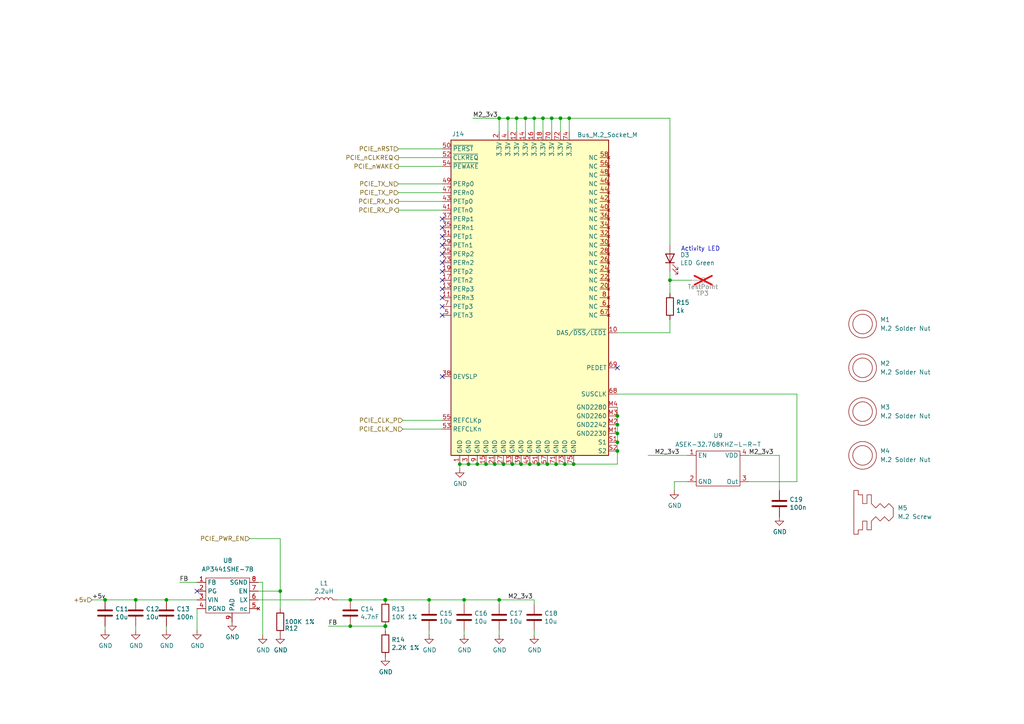
<source format=kicad_sch>
(kicad_sch (version 20231120) (generator "eeschema") (generator_version "8.0")
  (paper "A4")
  (lib_symbols
    (symbol "CM5IO:AP3441SHE-7B"
      (property "Reference" "U" (at -6.35 10.16 0))
      (property "Value" "AP3441SHE-7B" (at 0 7.62 0))
      (symbol "AP3441SHE-7B_0_1"
        (rectangle (start -6.35 6.35) (end 6.35 -3.81))
      )
      (symbol "AP3441SHE-7B_1_1"
        (pin passive line (at -8.89 5.08 0) (length 2.54) (name "FB") (number "1"))
        (pin open_collector line (at -8.89 2.54 0) (length 2.54) (name "PG") (number "2"))
        (pin power_in line (at -8.89 0 0) (length 2.54) (name "VIN") (number "3"))
        (pin power_in line (at -8.89 -2.54 0) (length 2.54) (name "PGND") (number "4"))
        (pin no_connect line (at 8.89 -2.54 180) (length 2.54) (name "nc") (number "5"))
        (pin power_out line (at 8.89 0 180) (length 2.54) (name "LX") (number "6"))
        (pin input line (at 8.89 2.54 180) (length 2.54) (name "EN") (number "7"))
        (pin power_in line (at 8.89 5.08 180) (length 2.54) (name "SGND") (number "8"))
        (pin input line (at 1.27 -6.35 90) (length 2.54) (name "PAD") (number "9"))
      )
    )
    (symbol "CM5IO:ASEK-32.768KHZ-L-R-T"
      (property "Reference" "U" (at -5.08 6.35 0))
      (property "Value" "ASEK-32.768KHZ-L-R-T" (at 0 -6.35 0))
      (symbol "ASEK-32.768KHZ-L-R-T_0_1"
        (rectangle (start -6.35 5.08) (end 6.35 -5.08))
      )
      (symbol "ASEK-32.768KHZ-L-R-T_1_1"
        (pin input line (at -8.89 3.81 0) (length 2.54) (name "EN") (number "1"))
        (pin power_in line (at -8.89 -3.81 0) (length 2.54) (name "GND") (number "2"))
        (pin output line (at 8.89 -3.81 180) (length 2.54) (name "Out") (number "3"))
        (pin power_in line (at 8.89 3.81 180) (length 2.54) (name "VDD") (number "4"))
      )
    )
    (symbol "CM5IO:Bus_M.2_Socket_M"
      (property "Reference" "J" (at -22.86 46.99 0))
      (property "Value" "Bus_M.2_Socket_M" (at 30.988 46.99 0))
      (symbol "Bus_M.2_Socket_M_0_1"
        (rectangle (start -22.86 45.72) (end 22.86 -45.72) (stroke (width 0.254)) (fill (type background)))
      )
      (symbol "Bus_M.2_Socket_M_1_1"
        (pin power_in line (at -20.32 -48.26 90) (length 2.54) (name "GND") (number "1"))
        (pin bidirectional line (at 25.4 -10.16 180) (length 2.54) (name "DAS/~{DSS}/~{LED1}") (number "10"))
        (pin input line (at -25.4 0 0) (length 2.54) (name "PERn3") (number "11"))
        (pin power_in line (at -3.81 48.26 270) (length 2.54) (name "3.3V") (number "12"))
        (pin input line (at -25.4 2.54 0) (length 2.54) (name "PERp3") (number "13"))
        (pin power_in line (at -1.27 48.26 270) (length 2.54) (name "3.3V") (number "14"))
        (pin power_in line (at -12.7 -48.26 90) (length 2.54) (name "GND") (number "15"))
        (pin power_in line (at 1.27 48.26 270) (length 2.54) (name "3.3V") (number "16"))
        (pin output line (at -25.4 5.08 0) (length 2.54) (name "PETn2") (number "17"))
        (pin power_in line (at 3.81 48.26 270) (length 2.54) (name "3.3V") (number "18"))
        (pin output line (at -25.4 7.62 0) (length 2.54) (name "PETp2") (number "19"))
        (pin power_in line (at -8.89 48.26 270) (length 2.54) (name "3.3V") (number "2"))
        (pin no_connect line (at 22.86 2.54 180) (length 2.54) (name "NC") (number "20"))
        (pin power_in line (at -10.16 -48.26 90) (length 2.54) (name "GND") (number "21"))
        (pin no_connect line (at 22.86 5.08 180) (length 2.54) (name "NC") (number "22"))
        (pin input line (at -25.4 10.16 0) (length 2.54) (name "PERn2") (number "23"))
        (pin no_connect line (at 22.86 7.62 180) (length 2.54) (name "NC") (number "24"))
        (pin input line (at -25.4 12.7 0) (length 2.54) (name "PERp2") (number "25"))
        (pin no_connect line (at 22.86 10.16 180) (length 2.54) (name "NC") (number "26"))
        (pin power_in line (at -7.62 -48.26 90) (length 2.54) (name "GND") (number "27"))
        (pin no_connect line (at 22.86 12.7 180) (length 2.54) (name "NC") (number "28"))
        (pin output line (at -25.4 15.24 0) (length 2.54) (name "PETn1") (number "29"))
        (pin power_in line (at -17.78 -48.26 90) (length 2.54) (name "GND") (number "3"))
        (pin no_connect line (at 22.86 15.24 180) (length 2.54) (name "NC") (number "30"))
        (pin output line (at -25.4 17.78 0) (length 2.54) (name "PETp1") (number "31"))
        (pin no_connect line (at 22.86 17.78 180) (length 2.54) (name "NC") (number "32"))
        (pin power_in line (at -5.08 -48.26 90) (length 2.54) (name "GND") (number "33"))
        (pin no_connect line (at 22.86 20.32 180) (length 2.54) (name "NC") (number "34"))
        (pin input line (at -25.4 20.32 0) (length 2.54) (name "PERn1") (number "35"))
        (pin no_connect line (at 22.86 22.86 180) (length 2.54) (name "NC") (number "36"))
        (pin input line (at -25.4 22.86 0) (length 2.54) (name "PERp1") (number "37"))
        (pin input line (at -25.4 -22.86 0) (length 2.54) (name "DEVSLP") (number "38"))
        (pin power_in line (at -2.54 -48.26 90) (length 2.54) (name "GND") (number "39"))
        (pin power_in line (at -6.35 48.26 270) (length 2.54) (name "3.3V") (number "4"))
        (pin no_connect line (at 22.86 25.4 180) (length 2.54) (name "NC") (number "40"))
        (pin output line (at -25.4 25.4 0) (length 2.54) (name "PETn0") (number "41"))
        (pin no_connect line (at 22.86 27.94 180) (length 2.54) (name "NC") (number "42"))
        (pin output line (at -25.4 27.94 0) (length 2.54) (name "PETp0") (number "43"))
        (pin no_connect line (at 22.86 30.48 180) (length 2.54) (name "NC") (number "44"))
        (pin power_in line (at 0 -48.26 90) (length 2.54) (name "GND") (number "45"))
        (pin no_connect line (at 22.86 33.02 180) (length 2.54) (name "NC") (number "46"))
        (pin input line (at -25.4 30.48 0) (length 2.54) (name "PERn0") (number "47"))
        (pin no_connect line (at 22.86 35.56 180) (length 2.54) (name "NC") (number "48"))
        (pin input line (at -25.4 33.02 0) (length 2.54) (name "PERp0") (number "49"))
        (pin output line (at -25.4 -5.08 0) (length 2.54) (name "PETn3") (number "5"))
        (pin input line (at -25.4 43.18 0) (length 2.54) (name "~{PERST}") (number "50"))
        (pin power_in line (at 2.54 -48.26 90) (length 2.54) (name "GND") (number "51"))
        (pin bidirectional line (at -25.4 40.64 0) (length 2.54) (name "~{CLKREQ}") (number "52"))
        (pin input line (at -25.4 -38.1 0) (length 2.54) (name "REFCLKn") (number "53"))
        (pin bidirectional line (at -25.4 38.1 0) (length 2.54) (name "~{PEWAKE}") (number "54"))
        (pin input line (at -25.4 -35.56 0) (length 2.54) (name "REFCLKp") (number "55"))
        (pin no_connect line (at 22.86 38.1 180) (length 2.54) (name "NC") (number "56"))
        (pin power_in line (at 5.08 -48.26 90) (length 2.54) (name "GND") (number "57"))
        (pin no_connect line (at 22.86 40.64 180) (length 2.54) (name "NC") (number "58"))
        (pin no_connect line (at 22.86 -2.54 180) (length 2.54) (name "NC") (number "6"))
        (pin no_connect line (at 22.86 -5.08 180) (length 2.54) (name "NC") (number "67"))
        (pin input line (at 25.4 -27.94 180) (length 2.54) (name "SUSCLK") (number "68"))
        (pin passive line (at 25.4 -20.32 180) (length 2.54) (name "PEDET") (number "69"))
        (pin output line (at -25.4 -2.54 0) (length 2.54) (name "PETp3") (number "7"))
        (pin power_in line (at 6.35 48.26 270) (length 2.54) (name "3.3V") (number "70"))
        (pin power_in line (at 7.62 -48.26 90) (length 2.54) (name "GND") (number "71"))
        (pin power_in line (at 8.89 48.26 270) (length 2.54) (name "3.3V") (number "72"))
        (pin power_in line (at 10.16 -48.26 90) (length 2.54) (name "GND") (number "73"))
        (pin power_in line (at 11.43 48.26 270) (length 2.54) (name "3.3V") (number "74"))
        (pin power_in line (at 12.7 -48.26 90) (length 2.54) (name "GND") (number "75"))
        (pin no_connect line (at 22.86 0 180) (length 2.54) (name "NC") (number "8"))
        (pin power_in line (at -15.24 -48.26 90) (length 2.54) (name "GND") (number "9"))
        (pin passive line (at 25.4 -39.37 180) (length 2.54) (name "GND2230") (number "M1"))
        (pin passive line (at 25.4 -36.83 180) (length 2.54) (name "GND2242") (number "M2"))
        (pin passive line (at 25.4 -34.29 180) (length 2.54) (name "GND2260") (number "M3"))
        (pin passive line (at 25.4 -31.75 180) (length 2.54) (name "GND2280") (number "M4"))
        (pin passive line (at 25.4 -41.91 180) (length 2.54) (name "S1") (number "S1"))
        (pin passive line (at 25.4 -44.45 180) (length 2.54) (name "S2") (number "S2"))
      )
    )
    (symbol "CM5IO:M.2_Screw" (pin_numbers hide) (pin_names (offset 0) hide) (on_board no)
      (property "Reference" "M" (at -0.254 -6.35 0))
      (property "Value" "M.2 Screw" (at 0.254 -8.636 0))
      (symbol "M.2_Screw_0_1"
        (polyline (pts (xy -5.08 0) (xy -5.08 -6.35) (xy -3.81 -6.35) (xy -3.81 -5.08) (xy -2.54 -5.08) (xy -2.54 -2.54) (xy -1.27 -2.54) (xy -1.27 -5.08) (xy 0 -5.08) (xy 0 -2.54) (xy 1.27 -1.27) (xy 2.54 -2.54) (xy 3.81 -1.27) (xy 5.08 -2.54) (xy 6.35 -1.27) (xy 6.35 1.27) (xy 5.08 2.54) (xy 3.81 1.27) (xy 2.54 2.54) (xy 1.27 1.27) (xy 0 2.54) (xy 0 5.08) (xy -1.27 5.08) (xy -1.27 2.54) (xy -2.54 2.54) (xy -2.54 5.08) (xy -3.81 5.08) (xy -3.81 6.35) (xy -5.08 6.35) (xy -5.08 0)))
      )
    )
    (symbol "CM5IO:SolderNut" (pin_numbers hide) (pin_names (offset 0) hide) (exclude_from_sim yes) (on_board no)
      (property "Reference" "M" (at -6.35 -3.556 0))
      (property "Value" "M.2 Solder Nut" (at 0.254 -5.842 0))
      (symbol "SolderNut_0_1"
        (circle (center 0 0) (radius 2.8398))
        (circle (center 0 0) (radius 4.0161))
      )
    )
    (symbol "Connector:TestPoint" (pin_numbers hide) (pin_names (offset 0.762) hide)
      (property "Reference" "TP" (at 0 6.858 0))
      (property "Value" "TestPoint" (at 0 5.08 0))
      (symbol "TestPoint_0_1"
        (circle (center 0 3.302) (radius 0.762))
      )
      (symbol "TestPoint_1_1"
        (pin passive line (at 0 0 90) (length 2.54) (name "1") (number "1"))
      )
    )
    (symbol "Device:C" (pin_numbers hide) (pin_names (offset 0.254))
      (property "Reference" "C" (at 0.635 2.54 0))
      (property "Value" "C" (at 0.635 -2.54 0))
      (symbol "C_0_1"
        (polyline (pts (xy -2.032 -0.762) (xy 2.032 -0.762)) (stroke (width 0.508)))
        (polyline (pts (xy -2.032 0.762) (xy 2.032 0.762)) (stroke (width 0.508)))
      )
      (symbol "C_1_1"
        (pin passive line (at 0 3.81 270) (length 2.794) (name "~") (number "1"))
        (pin passive line (at 0 -3.81 90) (length 2.794) (name "~") (number "2"))
      )
    )
    (symbol "Device:L" (pin_numbers hide) (pin_names (offset 1.016) hide)
      (property "Reference" "L" (at -1.27 0 90))
      (property "Value" "L" (at 1.905 0 90))
      (symbol "L_0_1"
        (arc (start 0 -2.54) (mid 0.6323 -1.905) (end 0 -1.27))
        (arc (start 0 -1.27) (mid 0.6323 -0.635) (end 0 0))
        (arc (start 0 0) (mid 0.6323 0.635) (end 0 1.27))
        (arc (start 0 1.27) (mid 0.6323 1.905) (end 0 2.54))
      )
      (symbol "L_1_1"
        (pin passive line (at 0 3.81 270) (length 1.27) (name "1") (number "1"))
        (pin passive line (at 0 -3.81 90) (length 1.27) (name "2") (number "2"))
      )
    )
    (symbol "Device:LED" (pin_numbers hide) (pin_names (offset 1.016) hide)
      (property "Reference" "D" (at 0 2.54 0))
      (property "Value" "LED" (at 0 -2.54 0))
      (symbol "LED_0_1"
        (polyline (pts (xy -1.27 -1.27) (xy -1.27 1.27)) (stroke (width 0.254)))
        (polyline (pts (xy -1.27 0) (xy 1.27 0)))
        (polyline (pts (xy 1.27 -1.27) (xy 1.27 1.27) (xy -1.27 0) (xy 1.27 -1.27)) (stroke (width 0.254)))
        (polyline (pts (xy -3.048 -0.762) (xy -4.572 -2.286) (xy -3.81 -2.286) (xy -4.572 -2.286) (xy -4.572 -1.524)))
        (polyline (pts (xy -1.778 -0.762) (xy -3.302 -2.286) (xy -2.54 -2.286) (xy -3.302 -2.286) (xy -3.302 -1.524)))
      )
      (symbol "LED_1_1"
        (pin passive line (at -3.81 0 0) (length 2.54) (name "K") (number "1"))
        (pin passive line (at 3.81 0 180) (length 2.54) (name "A") (number "2"))
      )
    )
    (symbol "Device:R" (pin_numbers hide) (pin_names (offset 0))
      (property "Reference" "R" (at 2.032 0 90))
      (property "Value" "R" (at 0 0 90))
      (symbol "R_0_1"
        (rectangle (start -1.016 -2.54) (end 1.016 2.54) (stroke (width 0.254)))
      )
      (symbol "R_1_1"
        (pin passive line (at 0 3.81 270) (length 1.27) (name "~") (number "1"))
        (pin passive line (at 0 -3.81 90) (length 1.27) (name "~") (number "2"))
      )
    )
    (symbol "power:GND" (power) (pin_numbers hide) (pin_names (offset 0) hide)
      (property "Value" "GND" (at 0 -3.81 0))
      (symbol "GND_0_1"
        (polyline (pts (xy 0 0) (xy 0 -1.27) (xy 1.27 -1.27) (xy 0 -2.54) (xy -1.27 -1.27) (xy 0 -1.27)))
      )
      (symbol "GND_1_1"
        (pin power_in line (at 0 0 270) (length 0) (name "~") (number "1"))
      )
    )
  )
  (junction (at 30.48 173.99))
  (junction (at 165.1 34.29))
  (junction (at 179.07 125.73))
  (junction (at 147.32 34.29))
  (junction (at 39.37 173.99))
  (junction (at 111.76 173.99) (diameter 1.016))
  (junction (at 162.56 34.29))
  (junction (at 101.6 181.61))
  (junction (at 111.76 181.61) (diameter 1.016))
  (junction (at 163.83 134.62))
  (junction (at 156.21 134.62))
  (junction (at 134.62 173.99))
  (junction (at 157.48 34.29))
  (junction (at 124.46 173.99))
  (junction (at 144.78 173.99))
  (junction (at 152.4 34.29))
  (junction (at 153.67 134.62))
  (junction (at 194.31 81.28))
  (junction (at 138.43 134.62))
  (junction (at 144.78 34.29))
  (junction (at 148.59 134.62))
  (junction (at 160.02 34.29))
  (junction (at 179.07 130.81))
  (junction (at 166.37 134.62))
  (junction (at 146.05 134.62))
  (junction (at 101.6 173.99))
  (junction (at 143.51 134.62))
  (junction (at 154.94 34.29))
  (junction (at 133.35 134.62))
  (junction (at 140.97 134.62))
  (junction (at 135.89 134.62))
  (junction (at 179.07 128.27))
  (junction (at 161.29 134.62))
  (junction (at 179.07 123.19))
  (junction (at 179.07 120.65))
  (junction (at 81.28 171.45))
  (junction (at 158.75 134.62))
  (junction (at 151.13 134.62))
  (junction (at 48.26 173.99))
  (junction (at 149.86 34.29))
  (no_connect (at 128.27 81.28))
  (no_connect (at 128.27 66.04))
  (no_connect (at 128.27 109.22))
  (no_connect (at 128.27 68.58))
  (no_connect (at 57.15 171.45))
  (no_connect (at 128.27 91.44))
  (no_connect (at 128.27 86.36))
  (no_connect (at 128.27 76.2))
  (no_connect (at 128.27 63.5))
  (no_connect (at 179.07 106.68))
  (no_connect (at 128.27 78.74))
  (no_connect (at 128.27 83.82))
  (no_connect (at 128.27 71.12))
  (no_connect (at 128.27 88.9))
  (no_connect (at 128.27 73.66))
  (wire (pts (xy 194.31 96.52) (xy 194.31 92.71)))
  (wire (pts (xy 154.94 182.88) (xy 154.94 184.15)))
  (wire (pts (xy 26.67 173.99) (xy 30.48 173.99)))
  (wire (pts (xy 134.62 173.99) (xy 144.78 173.99)))
  (wire (pts (xy 115.57 58.42) (xy 128.27 58.42)))
  (wire (pts (xy 115.57 55.88) (xy 128.27 55.88)))
  (wire (pts (xy 231.14 114.3) (xy 231.14 139.7)))
  (wire (pts (xy 149.86 34.29) (xy 149.86 38.1)))
  (wire (pts (xy 115.57 43.18) (xy 128.27 43.18)))
  (wire (pts (xy 179.07 120.65) (xy 179.07 123.19)))
  (wire (pts (xy 179.07 134.62) (xy 166.37 134.62)))
  (wire (pts (xy 101.6 181.61) (xy 111.76 181.61)))
  (wire (pts (xy 134.62 173.99) (xy 134.62 175.26)))
  (wire (pts (xy 161.29 134.62) (xy 158.75 134.62)))
  (wire (pts (xy 116.84 124.46) (xy 128.27 124.46)))
  (wire (pts (xy 111.76 173.99) (xy 124.46 173.99)))
  (wire (pts (xy 124.46 184.15) (xy 124.46 182.88)))
  (wire (pts (xy 133.35 134.62) (xy 133.35 135.89)))
  (wire (pts (xy 162.56 34.29) (xy 165.1 34.29)))
  (wire (pts (xy 138.43 134.62) (xy 135.89 134.62)))
  (wire (pts (xy 115.57 45.72) (xy 128.27 45.72)))
  (wire (pts (xy 81.28 171.45) (xy 81.28 176.53)))
  (wire (pts (xy 48.26 173.99) (xy 57.15 173.99)))
  (wire (pts (xy 144.78 34.29) (xy 147.32 34.29)))
  (wire (pts (xy 57.15 182.88) (xy 57.15 176.53)))
  (wire (pts (xy 30.48 173.99) (xy 39.37 173.99)))
  (wire (pts (xy 154.94 34.29) (xy 154.94 38.1)))
  (wire (pts (xy 48.26 181.61) (xy 48.26 182.88)))
  (wire (pts (xy 74.93 171.45) (xy 81.28 171.45)))
  (wire (pts (xy 194.31 81.28) (xy 194.31 85.09)))
  (wire (pts (xy 149.86 34.29) (xy 152.4 34.29)))
  (wire (pts (xy 115.57 48.26) (xy 128.27 48.26)))
  (wire (pts (xy 143.51 134.62) (xy 146.05 134.62)))
  (wire (pts (xy 144.78 173.99) (xy 154.94 173.99)))
  (wire (pts (xy 30.48 181.61) (xy 30.48 182.88)))
  (wire (pts (xy 115.57 60.96) (xy 128.27 60.96)))
  (wire (pts (xy 111.76 182.88) (xy 111.76 181.61)))
  (wire (pts (xy 157.48 34.29) (xy 157.48 38.1)))
  (wire (pts (xy 147.32 34.29) (xy 149.86 34.29)))
  (wire (pts (xy 195.58 142.24) (xy 195.58 139.7)))
  (wire (pts (xy 147.32 34.29) (xy 147.32 38.1)))
  (wire (pts (xy 163.83 134.62) (xy 161.29 134.62)))
  (wire (pts (xy 148.59 134.62) (xy 146.05 134.62)))
  (wire (pts (xy 81.28 156.21) (xy 81.28 171.45)))
  (wire (pts (xy 151.13 134.62) (xy 153.67 134.62)))
  (wire (pts (xy 226.06 142.24) (xy 226.06 132.08)))
  (wire (pts (xy 95.25 181.61) (xy 101.6 181.61)))
  (wire (pts (xy 116.84 121.92) (xy 128.27 121.92)))
  (wire (pts (xy 187.96 132.08) (xy 199.39 132.08)))
  (wire (pts (xy 76.2 168.91) (xy 76.2 184.15)))
  (wire (pts (xy 148.59 134.62) (xy 151.13 134.62)))
  (wire (pts (xy 152.4 34.29) (xy 154.94 34.29)))
  (wire (pts (xy 124.46 175.26) (xy 124.46 173.99)))
  (wire (pts (xy 144.78 34.29) (xy 144.78 38.1)))
  (wire (pts (xy 144.78 182.88) (xy 144.78 184.15)))
  (wire (pts (xy 39.37 181.61) (xy 39.37 182.88)))
  (wire (pts (xy 195.58 139.7) (xy 199.39 139.7)))
  (wire (pts (xy 124.46 173.99) (xy 134.62 173.99)))
  (wire (pts (xy 156.21 134.62) (xy 153.67 134.62)))
  (wire (pts (xy 160.02 34.29) (xy 160.02 38.1)))
  (wire (pts (xy 166.37 134.62) (xy 163.83 134.62)))
  (wire (pts (xy 97.79 173.99) (xy 101.6 173.99)))
  (wire (pts (xy 154.94 173.99) (xy 154.94 175.26)))
  (wire (pts (xy 231.14 139.7) (xy 217.17 139.7)))
  (wire (pts (xy 154.94 34.29) (xy 157.48 34.29)))
  (wire (pts (xy 160.02 34.29) (xy 162.56 34.29)))
  (wire (pts (xy 165.1 34.29) (xy 165.1 38.1)))
  (wire (pts (xy 179.07 114.3) (xy 231.14 114.3)))
  (wire (pts (xy 179.07 123.19) (xy 179.07 125.73)))
  (wire (pts (xy 179.07 130.81) (xy 179.07 134.62)))
  (wire (pts (xy 152.4 34.29) (xy 152.4 38.1)))
  (wire (pts (xy 179.07 118.11) (xy 179.07 120.65)))
  (wire (pts (xy 138.43 134.62) (xy 140.97 134.62)))
  (wire (pts (xy 137.16 34.29) (xy 144.78 34.29)))
  (wire (pts (xy 74.93 173.99) (xy 90.17 173.99)))
  (wire (pts (xy 158.75 134.62) (xy 156.21 134.62)))
  (wire (pts (xy 52.07 168.91) (xy 57.15 168.91)))
  (wire (pts (xy 162.56 34.29) (xy 162.56 38.1)))
  (wire (pts (xy 128.27 53.34) (xy 115.57 53.34)))
  (wire (pts (xy 140.97 134.62) (xy 143.51 134.62)))
  (wire (pts (xy 194.31 34.29) (xy 194.31 71.12)))
  (wire (pts (xy 101.6 173.99) (xy 111.76 173.99)))
  (wire (pts (xy 144.78 173.99) (xy 144.78 175.26)))
  (wire (pts (xy 74.93 168.91) (xy 76.2 168.91)))
  (wire (pts (xy 194.31 81.28) (xy 194.31 78.74)))
  (wire (pts (xy 133.35 134.62) (xy 135.89 134.62)))
  (wire (pts (xy 179.07 96.52) (xy 194.31 96.52)))
  (wire (pts (xy 226.06 132.08) (xy 217.17 132.08)))
  (wire (pts (xy 134.62 182.88) (xy 134.62 184.15)))
  (wire (pts (xy 72.39 156.21) (xy 81.28 156.21)))
  (wire (pts (xy 179.07 125.73) (xy 179.07 128.27)))
  (wire (pts (xy 179.07 128.27) (xy 179.07 130.81)))
  (wire (pts (xy 194.31 81.28) (xy 200.66 81.28)))
  (wire (pts (xy 39.37 173.99) (xy 48.26 173.99)))
  (wire (pts (xy 165.1 34.29) (xy 194.31 34.29)))
  (wire (pts (xy 157.48 34.29) (xy 160.02 34.29)))
  (text "Activity LED" (at 197.485 73.025 0) (effects (font (size 1.27 1.27)) (justify left bottom)))
  (label "FB" (at 95.25 181.61 0))
  (label "M2_3v3" (at 189.865 132.08 0))
  (label "M2_3v3" (at 147.32 173.99 0))
  (label "M2_3v3" (at 217.17 132.08 0))
  (label "M2_3v3" (at 137.16 34.29 0))
  (label "+5v" (at 26.67 173.99 0))
  (label "FB" (at 52.07 168.91 0))
  (hierarchical_label "PCIE_nWAKE" (shape output) (at 115.57 48.26 180))
  (hierarchical_label "PCIE_TX_P" (shape input) (at 115.57 55.88 180))
  (hierarchical_label "PCIE_nCLKREQ" (shape output) (at 115.57 45.72 180))
  (hierarchical_label "PCIE_CLK_P" (shape input) (at 116.84 121.92 180))
  (hierarchical_label "PCIE_PWR_EN" (shape input) (at 72.39 156.21 180))
  (hierarchical_label "+5v" (shape input) (at 26.67 173.99 180))
  (hierarchical_label "PCIE_RX_N" (shape output) (at 115.57 58.42 180))
  (hierarchical_label "PCIE_CLK_N" (shape input) (at 116.84 124.46 180))
  (hierarchical_label "PCIE_RX_P" (shape output) (at 115.57 60.96 180))
  (hierarchical_label "PCIE_TX_N" (shape input) (at 115.57 53.34 180))
  (hierarchical_label "PCIE_nRST" (shape input) (at 115.57 43.18 180))
  (symbol (lib_id "Device:LED") (at 194.31 74.93 90) (unit 1)
    (property "Reference" "D3" (at 197.2818 73.9394 90) (effects (justify right)))
    (property "Value" "LED Green" (at 197.2818 76.2508 90) (effects (justify right)))
    (property "Footprint" "LED_SMD:LED_0603_1608Metric" (effects (hide yes)))
    (property "Datasheet" "http://optoelectronics.liteon.com/upload/download/DS22-2000-226/LTST-S270KGKT.pdf" (effects (hide yes)))
    (property "Field4" "Digikey " (effects (hide yes)))
    (property "Field5" "LTST-S270KGKT" (effects (hide yes)))
    (property "Field6" "SML-A12M8TT86N" (effects (hide yes)))
    (property "Field7" "Rohm" (effects (hide yes)))
    (property "Field8" "650263301" (effects (hide yes)))
    (property "Part Description" "	Green 572nm LED Indication - Discrete 2.2V 2-SMD, No Lead" (effects (hide yes)))
  )
  (symbol (lib_id "power:GND") (at 154.94 184.15 0) (unit 1)
    (property "Reference" "#PWR049" (effects (hide yes)))
    (property "Value" "GND" (at 155.067 188.5442 0))
    (property "Description" "Power symbol creates a global label with name \"GND\" , ground" (effects (hide yes)))
  )
  (symbol (lib_id "power:GND") (at 81.28 184.15 0) (unit 1)
    (property "Reference" "#PWR043" (effects (hide yes)))
    (property "Value" "GND" (at 81.407 188.5442 0))
    (property "Description" "Power symbol creates a global label with name \"GND\" , ground" (effects (hide yes)))
  )
  (symbol (lib_id "power:GND") (at 124.46 184.15 0) (unit 1)
    (property "Reference" "#PWR045" (effects (hide yes)))
    (property "Value" "GND" (at 124.587 188.5442 0))
    (property "Description" "Power symbol creates a global label with name \"GND\" , ground" (effects (hide yes)))
  )
  (symbol (lib_id "Device:C") (at 134.62 179.07 0) (unit 1)
    (property "Reference" "C16" (at 137.541 177.9016 0) (effects (justify left)))
    (property "Value" "10u" (at 137.541 180.213 0) (effects (justify left)))
    (property "Footprint" "Capacitor_SMD:C_0805_2012Metric" (effects (hide yes)))
    (property "Datasheet" "https://search.murata.co.jp/Ceramy/image/img/A01X/G101/ENG/GRM21BR71A106KA73-01.pdf" (effects (hide yes)))
    (property "Field4" "Digikey" (effects (hide yes)))
    (property "Field5" "490-14381-1-ND" (effects (hide yes)))
    (property "Field6" "GRM21BR71A106KA73L" (effects (hide yes)))
    (property "Field7" "Murata" (effects (hide yes)))
    (property "Field8" "111893011" (effects (hide yes)))
    (property "Part Description" "	10uF 10% 10V Ceramic Capacitor X7R 0805 (2012 Metric)" (effects (hide yes)))
  )
  (symbol (lib_id "Device:C") (at 39.37 177.8 0) (unit 1)
    (property "Reference" "C12" (at 42.291 176.6316 0) (effects (justify left)))
    (property "Value" "10u" (at 42.291 178.943 0) (effects (justify left)))
    (property "Footprint" "Capacitor_SMD:C_0805_2012Metric" (effects (hide yes)))
    (property "Datasheet" "https://search.murata.co.jp/Ceramy/image/img/A01X/G101/ENG/GRM21BR71A106KA73-01.pdf" (effects (hide yes)))
    (property "Field4" "Digikey" (effects (hide yes)))
    (property "Field5" "490-14381-1-ND" (effects (hide yes)))
    (property "Field6" "GRM21BR71A106KA73L" (effects (hide yes)))
    (property "Field7" "Murata" (effects (hide yes)))
    (property "Field8" "111893011" (effects (hide yes)))
    (property "Part Description" "	10uF 10% 10V Ceramic Capacitor X7R 0805 (2012 Metric)" (effects (hide yes)))
  )
  (symbol (lib_id "Device:C") (at 144.78 179.07 0) (unit 1)
    (property "Reference" "C17" (at 147.701 177.9016 0) (effects (justify left)))
    (property "Value" "10u" (at 147.701 180.213 0) (effects (justify left)))
    (property "Footprint" "Capacitor_SMD:C_0805_2012Metric" (effects (hide yes)))
    (property "Datasheet" "https://search.murata.co.jp/Ceramy/image/img/A01X/G101/ENG/GRM21BR71A106KA73-01.pdf" (effects (hide yes)))
    (property "Field4" "Digikey" (effects (hide yes)))
    (property "Field5" "490-14381-1-ND" (effects (hide yes)))
    (property "Field6" "GRM21BR71A106KA73L" (effects (hide yes)))
    (property "Field7" "Murata" (effects (hide yes)))
    (property "Field8" "111893011" (effects (hide yes)))
    (property "Part Description" "	10uF 10% 10V Ceramic Capacitor X7R 0805 (2012 Metric)" (effects (hide yes)))
  )
  (symbol (lib_id "Device:L") (at 93.98 173.99 90) (unit 1)
    (property "Reference" "L1" (at 93.98 169.164 90))
    (property "Value" "2.2uH" (at 93.98 171.4754 90))
    (property "Footprint" "CM5IO:L_Bourns_SRP5030CC" (effects (hide yes)))
    (property "Datasheet" "https://www.bourns.com/docs/product-datasheets/srp5030cc.pdf" (effects (hide yes)))
    (property "Field6" "SRP5030CC-2R2M" (effects (hide yes)))
    (property "Field7" "Bourns" (effects (hide yes)))
    (property "Part Description" "Inductor, SMT, 2520, 2u2, IRMS=7A, ISAT=8A, DCR=0.032R" (effects (hide yes)))
    (property "Field5" "SRP5030CC-2R2M" (effects (hide yes)))
  )
  (symbol (lib_id "power:GND") (at 39.37 182.88 0) (unit 1)
    (property "Reference" "#PWR038" (effects (hide yes)))
    (property "Value" "GND" (at 39.497 187.2742 0))
    (property "Description" "Power symbol creates a global label with name \"GND\" , ground" (effects (hide yes)))
  )
  (symbol (lib_id "Connector:TestPoint") (at 200.66 81.28 270) (unit 1) (in_bom no) (dnp yes)
    (property "Reference" "TP3" (at 201.93 85.09 90) (effects (justify left)))
    (property "Value" "TestPoint" (at 199.39 83.185 90) (effects (justify left)))
    (property "Footprint" "TestPoint:TestPoint_Pad_2.0x2.0mm" (effects (hide yes)))
    (property "Field4" "nf" (effects (hide yes)))
    (property "Field5" "nf" (effects (hide yes)))
    (property "Field6" "nf" (effects (hide yes)))
    (property "Field7" "nf" (effects (hide yes)))
    (property "Part Description" "Test point" (effects (hide yes)))
  )
  (symbol (lib_id "power:GND") (at 76.2 184.15 0) (unit 1)
    (property "Reference" "#PWR042" (effects (hide yes)))
    (property "Value" "GND" (at 76.327 188.5442 0))
    (property "Description" "Power symbol creates a global label with name \"GND\" , ground" (effects (hide yes)))
  )
  (symbol (lib_id "power:GND") (at 111.76 190.5 0) (unit 1)
    (property "Reference" "#PWR044" (effects (hide yes)))
    (property "Value" "GND" (at 111.887 194.8942 0))
    (property "Description" "Power symbol creates a global label with name \"GND\" , ground" (effects (hide yes)))
  )
  (symbol (lib_id "Device:R") (at 111.76 186.69 0) (unit 1)
    (property "Reference" "R14" (at 113.538 185.5216 0) (effects (justify left)))
    (property "Value" "2.2K 1%" (at 113.538 187.833 0) (effects (justify left)))
    (property "Footprint" "Resistor_SMD:R_0402_1005Metric" (effects (hide yes)))
    (property "Datasheet" "https://fscdn.rohm.com/en/products/databook/datasheet/passive/resistor/chip_resistor/mcr-e.pdf" (effects (hide yes)))
    (property "Field4" "Farnell" (effects (hide yes)))
    (property "Part Description" "Resistor 2.2K M1005 1% 63mW" (effects (hide yes)))
  )
  (symbol (lib_id "Device:R") (at 111.76 177.8 0) (unit 1)
    (property "Reference" "R13" (at 113.538 176.6316 0) (effects (justify left)))
    (property "Value" "10K 1%" (at 113.538 178.943 0) (effects (justify left)))
    (property "Footprint" "Resistor_SMD:R_0402_1005Metric" (effects (hide yes)))
    (property "Datasheet" "https://fscdn.rohm.com/en/products/databook/datasheet/passive/resistor/chip_resistor/mcr-e.pdf" (effects (hide yes)))
    (property "Field4" "Farnell" (effects (hide yes)))
    (property "Field7" "Rohm" (effects (hide yes)))
    (property "Field6" "MCR01MZPF1002" (effects (hide yes)))
    (property "Part Description" "Resistor 10K M1005 1% 63mW" (effects (hide yes)))
  )
  (symbol (lib_id "Device:C") (at 154.94 179.07 0) (unit 1)
    (property "Reference" "C18" (at 157.861 177.9016 0) (effects (justify left)))
    (property "Value" "10u" (at 157.861 180.213 0) (effects (justify left)))
    (property "Footprint" "Capacitor_SMD:C_0805_2012Metric" (effects (hide yes)))
    (property "Datasheet" "https://search.murata.co.jp/Ceramy/image/img/A01X/G101/ENG/GRM21BR71A106KA73-01.pdf" (effects (hide yes)))
    (property "Field4" "Digikey" (effects (hide yes)))
    (property "Field5" "490-14381-1-ND" (effects (hide yes)))
    (property "Field6" "GRM21BR71A106KA73L" (effects (hide yes)))
    (property "Field7" "Murata" (effects (hide yes)))
    (property "Field8" "111893011" (effects (hide yes)))
    (property "Part Description" "	10uF 10% 10V Ceramic Capacitor X7R 0805 (2012 Metric)" (effects (hide yes)))
  )
  (symbol (lib_id "power:GND") (at 133.35 135.89 0) (unit 1)
    (property "Reference" "#PWR046" (effects (hide yes)))
    (property "Value" "GND" (at 133.477 140.2842 0))
    (property "Description" "Power symbol creates a global label with name \"GND\" , ground" (effects (hide yes)))
  )
  (symbol (lib_id "CM5IO:SolderNut") (at 250.19 93.98 0) (unit 1) (exclude_from_sim yes) (on_board no)
    (property "Reference" "M1" (at 255.27 92.7099 0) (effects (justify left)))
    (property "Value" "M.2 Solder Nut" (at 255.27 95.2499 0) (effects (justify left)))
    (property "Part Description" "Solder nut for M.2 slot" (effects (hide yes)))
  )
  (symbol (lib_id "CM5IO:SolderNut") (at 250.19 132.08 0) (unit 1) (exclude_from_sim yes) (on_board no)
    (property "Reference" "M4" (at 255.27 130.8099 0) (effects (justify left)))
    (property "Value" "M.2 Solder Nut" (at 255.27 133.3499 0) (effects (justify left)))
    (property "Part Description" "Solder nut for M.2 slot" (effects (hide yes)))
  )
  (symbol (lib_id "Device:C") (at 48.26 177.8 0) (unit 1)
    (property "Reference" "C13" (at 51.181 176.6316 0) (effects (justify left)))
    (property "Value" "100n" (at 51.181 178.943 0) (effects (justify left)))
    (property "Footprint" "Capacitor_SMD:C_0402_1005Metric" (effects (hide yes)))
    (property "Datasheet" "https://search.murata.co.jp/Ceramy/image/img/A01X/G101/ENG/GRM155R71C104KA88-01.pdf" (effects (hide yes)))
    (property "Field4" "Farnell" (effects (hide yes)))
    (property "Field5" "2611911" (effects (hide yes)))
    (property "Field6" "RM EMK105 B7104KV-F" (effects (hide yes)))
    (property "Field7" "TAIYO YUDEN EUROPE GMBH" (effects (hide yes)))
    (property "Field8" "110091611" (effects (hide yes)))
    (property "Part Description" "	0.1uF 10% 16V Ceramic Capacitor X7R 0402 (1005 Metric)" (effects (hide yes)))
  )
  (symbol (lib_id "power:GND") (at 57.15 182.88 0) (unit 1)
    (property "Reference" "#PWR040" (effects (hide yes)))
    (property "Value" "GND" (at 57.277 187.2742 0))
    (property "Description" "Power symbol creates a global label with name \"GND\" , ground" (effects (hide yes)))
  )
  (symbol (lib_id "Device:C") (at 30.48 177.8 0) (unit 1)
    (property "Reference" "C11" (at 33.401 176.6316 0) (effects (justify left)))
    (property "Value" "10u" (at 33.401 178.943 0) (effects (justify left)))
    (property "Footprint" "Capacitor_SMD:C_0805_2012Metric" (effects (hide yes)))
    (property "Datasheet" "https://search.murata.co.jp/Ceramy/image/img/A01X/G101/ENG/GRM21BR71A106KA73-01.pdf" (effects (hide yes)))
    (property "Field4" "Digikey" (effects (hide yes)))
    (property "Field5" "490-14381-1-ND" (effects (hide yes)))
    (property "Field6" "GRM21BR71A106KA73L" (effects (hide yes)))
    (property "Field7" "Murata" (effects (hide yes)))
    (property "Field8" "111893011" (effects (hide yes)))
    (property "Part Description" "	10uF 10% 10V Ceramic Capacitor X7R 0805 (2012 Metric)" (effects (hide yes)))
  )
  (symbol (lib_id "Device:R") (at 194.31 88.9 0) (unit 1)
    (property "Reference" "R15" (at 196.088 87.7316 0) (effects (justify left)))
    (property "Value" "1k" (at 196.088 90.043 0) (effects (justify left)))
    (property "Footprint" "Resistor_SMD:R_0402_1005Metric" (effects (hide yes)))
    (property "Datasheet" "https://fscdn.rohm.com/en/products/databook/datasheet/passive/resistor/chip_resistor/mcr-e.pdf" (effects (hide yes)))
    (property "Field4" "Farnell" (effects (hide yes)))
    (property "Field5" "9239235" (effects (hide yes)))
    (property "Field7" "KOA EUROPE GMBH" (effects (hide yes)))
    (property "Field6" "RK73H1ETTP1001F" (effects (hide yes)))
    (property "Part Description" "Resistor 1K M1005 1% 63mW" (effects (hide yes)))
    (property "Field8" "125049511" (effects (hide yes)))
  )
  (symbol (lib_id "power:GND") (at 67.31 180.34 0) (unit 1)
    (property "Reference" "#PWR041" (effects (hide yes)))
    (property "Value" "GND" (at 67.437 184.7342 0))
    (property "Description" "Power symbol creates a global label with name \"GND\" , ground" (effects (hide yes)))
  )
  (symbol (lib_id "CM5IO:SolderNut") (at 250.19 119.38 0) (unit 1) (exclude_from_sim yes) (on_board no)
    (property "Reference" "M3" (at 255.27 118.1099 0) (effects (justify left)))
    (property "Value" "M.2 Solder Nut" (at 255.27 120.6499 0) (effects (justify left)))
    (property "Part Description" "Solder nut for M.2 slot" (effects (hide yes)))
  )
  (symbol (lib_id "power:GND") (at 30.48 182.88 0) (unit 1)
    (property "Reference" "#PWR037" (effects (hide yes)))
    (property "Value" "GND" (at 30.607 187.2742 0))
    (property "Description" "Power symbol creates a global label with name \"GND\" , ground" (effects (hide yes)))
  )
  (symbol (lib_id "power:GND") (at 226.06 149.86 0) (unit 1)
    (property "Reference" "#PWR051" (effects (hide yes)))
    (property "Value" "GND" (at 226.187 154.2542 0))
    (property "Description" "Power symbol creates a global label with name \"GND\" , ground" (effects (hide yes)))
  )
  (symbol (lib_id "CM5IO:AP3441SHE-7B") (at 66.04 173.99 0) (unit 1)
    (property "Reference" "U8" (at 66.04 162.56 0))
    (property "Value" "AP3441SHE-7B" (at 66.04 165.1 0))
    (property "Footprint" "Package_DFN_QFN:DFN-8-1EP_2x2mm_P0.5mm_EP1.05x1.75mm" (effects (hide yes)))
    (property "Datasheet" "https://www.diodes.com/assets/Datasheets/AP3441-L.pdf" (effects (hide yes)))
    (property "Field5" "AP3441SHE-7B" (effects (hide yes)))
    (property "Field6" "AP3441SHE-7B" (effects (hide yes)))
    (property "Field7" "Diodes" (effects (hide yes)))
    (property "Part Description" "3A DC-DC converter" (effects (hide yes)))
  )
  (symbol (lib_id "CM5IO:M.2_Screw") (at 252.73 148.59 0) (unit 1) (on_board no)
    (property "Reference" "M5" (at 260.35 147.3199 0) (effects (justify left)))
    (property "Value" "M.2 Screw" (at 260.35 149.8599 0) (effects (justify left)))
    (property "Part Description" "M.2 Screw" (effects (hide yes)))
  )
  (symbol (lib_id "Device:C") (at 124.46 179.07 0) (unit 1)
    (property "Reference" "C15" (at 127.381 177.9016 0) (effects (justify left)))
    (property "Value" "10u" (at 127.381 180.213 0) (effects (justify left)))
    (property "Footprint" "Capacitor_SMD:C_0805_2012Metric" (effects (hide yes)))
    (property "Datasheet" "https://search.murata.co.jp/Ceramy/image/img/A01X/G101/ENG/GRM21BR71A106KA73-01.pdf" (effects (hide yes)))
    (property "Field4" "Digikey" (effects (hide yes)))
    (property "Field5" "490-14381-1-ND" (effects (hide yes)))
    (property "Field6" "GRM21BR71A106KA73L" (effects (hide yes)))
    (property "Field7" "Murata" (effects (hide yes)))
    (property "Field8" "111893011" (effects (hide yes)))
    (property "Part Description" "	10uF 10% 10V Ceramic Capacitor X7R 0805 (2012 Metric)" (effects (hide yes)))
  )
  (symbol (lib_id "CM5IO:ASEK-32.768KHZ-L-R-T") (at 208.28 135.89 0) (unit 1)
    (property "Reference" "U9" (at 208.28 126.365 0))
    (property "Value" "ASEK-32.768KHZ-L-R-T" (at 208.28 128.905 0))
    (property "Footprint" "Crystal:Crystal_SMD_3225-4Pin_3.2x2.5mm" (effects (hide yes)))
    (property "Datasheet" "https://abracon.com/Oscillators/ASEK.pdf" (effects (hide yes)))
    (property "Field5" "ASEK-32.768KHZ-L-R-T" (effects (hide yes)))
    (property "Field6" "ASEK-32.768KHZ-L-R-T" (effects (hide yes)))
    (property "Field7" "abracon" (effects (hide yes)))
    (property "Part Description" "32KHz Xtal oscilator" (effects (hide yes)))
  )
  (symbol (lib_id "Device:R") (at 81.28 180.34 0) (unit 1)
    (property "Reference" "R12" (at 82.55 182.245 0) (effects (justify left)))
    (property "Value" "100K 1%" (at 82.55 180.34 0) (effects (justify left)))
    (property "Footprint" "Resistor_SMD:R_0402_1005Metric" (effects (hide yes)))
    (property "Datasheet" "https://fscdn.rohm.com/en/products/databook/datasheet/passive/resistor/chip_resistor/mcr-e.pdf" (effects (hide yes)))
    (property "Field4" "Farnell" (effects (hide yes)))
    (property "Field6" "MCR01MZPF1003" (effects (hide yes)))
    (property "Field7" "Rohm" (effects (hide yes)))
    (property "Part Description" "Resistor 100K M1005 1% 63mW" (effects (hide yes)))
  )
  (symbol (lib_id "CM5IO:Bus_M.2_Socket_M") (at 153.67 86.36 0) (unit 1)
    (property "Reference" "J14" (at 131.064 38.862 0) (effects (justify left)))
    (property "Value" "Bus_M.2_Socket_M" (at 167.386 39.116 0) (effects (justify left)))
    (property "Footprint" "CM5IO:M.2 M Key socket" (effects (hide yes)))
    (property "Description" "M.2 Socket 3 Mechanical Key M" (effects (hide yes)))
    (property "Field5" "MTSSD03-67MSW337" (effects (hide yes)))
    (property "Field6" "MTSSD03-67MSW337" (effects (hide yes)))
    (property "Field7" "MTCONN" (effects (hide yes)))
    (property "Part Description" "M.2 M Key connector" (effects (hide yes)))
  )
  (symbol (lib_id "power:GND") (at 134.62 184.15 0) (unit 1)
    (property "Reference" "#PWR047" (effects (hide yes)))
    (property "Value" "GND" (at 134.747 188.5442 0))
    (property "Description" "Power symbol creates a global label with name \"GND\" , ground" (effects (hide yes)))
  )
  (symbol (lib_id "Device:C") (at 101.6 177.8 0) (unit 1)
    (property "Reference" "C14" (at 104.521 176.6316 0) (effects (justify left)))
    (property "Value" "4.7nF" (at 104.521 178.943 0) (effects (justify left)))
    (property "Footprint" "Capacitor_SMD:C_0402_1005Metric" (effects (hide yes)))
    (property "Part Description" "4.7nF capacitor 0402" (effects (hide yes)))
  )
  (symbol (lib_id "power:GND") (at 144.78 184.15 0) (unit 1)
    (property "Reference" "#PWR048" (effects (hide yes)))
    (property "Value" "GND" (at 144.907 188.5442 0))
    (property "Description" "Power symbol creates a global label with name \"GND\" , ground" (effects (hide yes)))
  )
  (symbol (lib_id "CM5IO:SolderNut") (at 250.19 106.68 0) (unit 1) (exclude_from_sim yes) (on_board no)
    (property "Reference" "M2" (at 255.27 105.4099 0) (effects (justify left)))
    (property "Value" "M.2 Solder Nut" (at 255.27 107.9499 0) (effects (justify left)))
    (property "Part Description" "Solder nut for M.2 slot" (effects (hide yes)))
  )
  (symbol (lib_id "Device:C") (at 226.06 146.05 0) (unit 1)
    (property "Reference" "C19" (at 228.981 144.8816 0) (effects (justify left)))
    (property "Value" "100n" (at 228.981 147.193 0) (effects (justify left)))
    (property "Footprint" "Capacitor_SMD:C_0402_1005Metric" (effects (hide yes)))
    (property "Datasheet" "https://search.murata.co.jp/Ceramy/image/img/A01X/G101/ENG/GRM155R71C104KA88-01.pdf" (effects (hide yes)))
    (property "Field4" "Farnell" (effects (hide yes)))
    (property "Field5" "2611911" (effects (hide yes)))
    (property "Field6" "RM EMK105 B7104KV-F" (effects (hide yes)))
    (property "Field7" "TAIYO YUDEN EUROPE GMBH" (effects (hide yes)))
    (property "Field8" "110091611" (effects (hide yes)))
    (property "Part Description" "	0.1uF 10% 16V Ceramic Capacitor X7R 0402 (1005 Metric)" (effects (hide yes)))
  )
  (symbol (lib_id "power:GND") (at 195.58 142.24 0) (unit 1)
    (property "Reference" "#PWR050" (effects (hide yes)))
    (property "Value" "GND" (at 195.707 146.6342 0))
    (property "Description" "Power symbol creates a global label with name \"GND\" , ground" (effects (hide yes)))
  )
  (symbol (lib_id "power:GND") (at 48.26 182.88 0) (unit 1)
    (property "Reference" "#PWR039" (effects (hide yes)))
    (property "Value" "GND" (at 48.387 187.2742 0))
    (property "Description" "Power symbol creates a global label with name \"GND\" , ground" (effects (hide yes)))
  )
)
</source>
